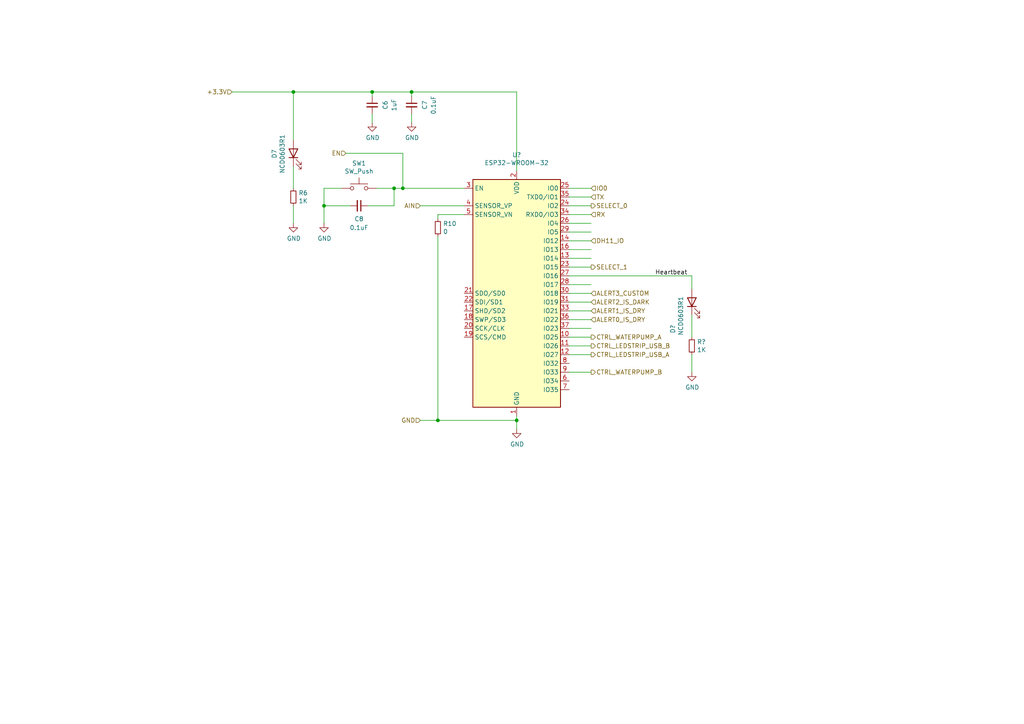
<source format=kicad_sch>
(kicad_sch (version 20210126) (generator eeschema)

  (paper "A4")

  (lib_symbols
    (symbol "Device:C_Small" (pin_numbers hide) (pin_names (offset 0.254) hide) (in_bom yes) (on_board yes)
      (property "Reference" "C" (id 0) (at 0.254 1.778 0)
        (effects (font (size 1.27 1.27)) (justify left))
      )
      (property "Value" "C_Small" (id 1) (at 0.254 -2.032 0)
        (effects (font (size 1.27 1.27)) (justify left))
      )
      (property "Footprint" "" (id 2) (at 0 0 0)
        (effects (font (size 1.27 1.27)) hide)
      )
      (property "Datasheet" "~" (id 3) (at 0 0 0)
        (effects (font (size 1.27 1.27)) hide)
      )
      (property "ki_keywords" "capacitor cap" (id 4) (at 0 0 0)
        (effects (font (size 1.27 1.27)) hide)
      )
      (property "ki_description" "Unpolarized capacitor, small symbol" (id 5) (at 0 0 0)
        (effects (font (size 1.27 1.27)) hide)
      )
      (property "ki_fp_filters" "C_*" (id 6) (at 0 0 0)
        (effects (font (size 1.27 1.27)) hide)
      )
      (symbol "C_Small_0_1"
        (polyline
          (pts
            (xy -1.524 -0.508)
            (xy 1.524 -0.508)
          )
          (stroke (width 0.3302)) (fill (type none))
        )
        (polyline
          (pts
            (xy -1.524 0.508)
            (xy 1.524 0.508)
          )
          (stroke (width 0.3048)) (fill (type none))
        )
      )
      (symbol "C_Small_1_1"
        (pin passive line (at 0 2.54 270) (length 2.032)
          (name "~" (effects (font (size 1.27 1.27))))
          (number "1" (effects (font (size 1.27 1.27))))
        )
        (pin passive line (at 0 -2.54 90) (length 2.032)
          (name "~" (effects (font (size 1.27 1.27))))
          (number "2" (effects (font (size 1.27 1.27))))
        )
      )
    )
    (symbol "Device:LED" (pin_numbers hide) (pin_names (offset 1.016) hide) (in_bom yes) (on_board yes)
      (property "Reference" "D" (id 0) (at 0 2.54 0)
        (effects (font (size 1.27 1.27)))
      )
      (property "Value" "LED" (id 1) (at 0 -2.54 0)
        (effects (font (size 1.27 1.27)))
      )
      (property "Footprint" "" (id 2) (at 0 0 0)
        (effects (font (size 1.27 1.27)) hide)
      )
      (property "Datasheet" "~" (id 3) (at 0 0 0)
        (effects (font (size 1.27 1.27)) hide)
      )
      (property "ki_keywords" "LED diode" (id 4) (at 0 0 0)
        (effects (font (size 1.27 1.27)) hide)
      )
      (property "ki_description" "Light emitting diode" (id 5) (at 0 0 0)
        (effects (font (size 1.27 1.27)) hide)
      )
      (property "ki_fp_filters" "LED* LED_SMD:* LED_THT:*" (id 6) (at 0 0 0)
        (effects (font (size 1.27 1.27)) hide)
      )
      (symbol "LED_0_1"
        (polyline
          (pts
            (xy -1.27 -1.27)
            (xy -1.27 1.27)
          )
          (stroke (width 0.254)) (fill (type none))
        )
        (polyline
          (pts
            (xy -1.27 0)
            (xy 1.27 0)
          )
          (stroke (width 0)) (fill (type none))
        )
        (polyline
          (pts
            (xy 1.27 -1.27)
            (xy 1.27 1.27)
            (xy -1.27 0)
            (xy 1.27 -1.27)
          )
          (stroke (width 0.254)) (fill (type none))
        )
        (polyline
          (pts
            (xy -3.048 -0.762)
            (xy -4.572 -2.286)
            (xy -3.81 -2.286)
            (xy -4.572 -2.286)
            (xy -4.572 -1.524)
          )
          (stroke (width 0)) (fill (type none))
        )
        (polyline
          (pts
            (xy -1.778 -0.762)
            (xy -3.302 -2.286)
            (xy -2.54 -2.286)
            (xy -3.302 -2.286)
            (xy -3.302 -1.524)
          )
          (stroke (width 0)) (fill (type none))
        )
      )
      (symbol "LED_1_1"
        (pin passive line (at -3.81 0 0) (length 2.54)
          (name "K" (effects (font (size 1.27 1.27))))
          (number "1" (effects (font (size 1.27 1.27))))
        )
        (pin passive line (at 3.81 0 180) (length 2.54)
          (name "A" (effects (font (size 1.27 1.27))))
          (number "2" (effects (font (size 1.27 1.27))))
        )
      )
    )
    (symbol "Device:R_Small" (pin_numbers hide) (pin_names (offset 0.254) hide) (in_bom yes) (on_board yes)
      (property "Reference" "R" (id 0) (at 0.762 0.508 0)
        (effects (font (size 1.27 1.27)) (justify left))
      )
      (property "Value" "R_Small" (id 1) (at 0.762 -1.016 0)
        (effects (font (size 1.27 1.27)) (justify left))
      )
      (property "Footprint" "" (id 2) (at 0 0 0)
        (effects (font (size 1.27 1.27)) hide)
      )
      (property "Datasheet" "~" (id 3) (at 0 0 0)
        (effects (font (size 1.27 1.27)) hide)
      )
      (property "ki_keywords" "R resistor" (id 4) (at 0 0 0)
        (effects (font (size 1.27 1.27)) hide)
      )
      (property "ki_description" "Resistor, small symbol" (id 5) (at 0 0 0)
        (effects (font (size 1.27 1.27)) hide)
      )
      (property "ki_fp_filters" "R_*" (id 6) (at 0 0 0)
        (effects (font (size 1.27 1.27)) hide)
      )
      (symbol "R_Small_0_1"
        (rectangle (start -0.762 1.778) (end 0.762 -1.778)
          (stroke (width 0.2032)) (fill (type none))
        )
      )
      (symbol "R_Small_1_1"
        (pin passive line (at 0 2.54 270) (length 0.762)
          (name "~" (effects (font (size 1.27 1.27))))
          (number "1" (effects (font (size 1.27 1.27))))
        )
        (pin passive line (at 0 -2.54 90) (length 0.762)
          (name "~" (effects (font (size 1.27 1.27))))
          (number "2" (effects (font (size 1.27 1.27))))
        )
      )
    )
    (symbol "RF_Module:ESP32-WROOM-32" (in_bom yes) (on_board yes)
      (property "Reference" "U" (id 0) (at -12.7 34.29 0)
        (effects (font (size 1.27 1.27)) (justify left))
      )
      (property "Value" "ESP32-WROOM-32" (id 1) (at 1.27 34.29 0)
        (effects (font (size 1.27 1.27)) (justify left))
      )
      (property "Footprint" "RF_Module:ESP32-WROOM-32" (id 2) (at 0 -38.1 0)
        (effects (font (size 1.27 1.27)) hide)
      )
      (property "Datasheet" "https://www.espressif.com/sites/default/files/documentation/esp32-wroom-32_datasheet_en.pdf" (id 3) (at -7.62 1.27 0)
        (effects (font (size 1.27 1.27)) hide)
      )
      (property "ki_keywords" "RF Radio BT ESP ESP32 Espressif onboard PCB antenna" (id 4) (at 0 0 0)
        (effects (font (size 1.27 1.27)) hide)
      )
      (property "ki_description" "RF Module, ESP32-D0WDQ6 SoC, Wi-Fi 802.11b/g/n, Bluetooth, BLE, 32-bit, 2.7-3.6V, onboard antenna, SMD" (id 5) (at 0 0 0)
        (effects (font (size 1.27 1.27)) hide)
      )
      (property "ki_fp_filters" "ESP32?WROOM?32*" (id 6) (at 0 0 0)
        (effects (font (size 1.27 1.27)) hide)
      )
      (symbol "ESP32-WROOM-32_0_1"
        (rectangle (start -12.7 33.02) (end 12.7 -33.02)
          (stroke (width 0.254)) (fill (type background))
        )
      )
      (symbol "ESP32-WROOM-32_1_1"
        (pin power_in line (at 0 -35.56 90) (length 2.54)
          (name "GND" (effects (font (size 1.27 1.27))))
          (number "1" (effects (font (size 1.27 1.27))))
        )
        (pin bidirectional line (at 15.24 -12.7 180) (length 2.54)
          (name "IO25" (effects (font (size 1.27 1.27))))
          (number "10" (effects (font (size 1.27 1.27))))
        )
        (pin bidirectional line (at 15.24 -15.24 180) (length 2.54)
          (name "IO26" (effects (font (size 1.27 1.27))))
          (number "11" (effects (font (size 1.27 1.27))))
        )
        (pin bidirectional line (at 15.24 -17.78 180) (length 2.54)
          (name "IO27" (effects (font (size 1.27 1.27))))
          (number "12" (effects (font (size 1.27 1.27))))
        )
        (pin bidirectional line (at 15.24 10.16 180) (length 2.54)
          (name "IO14" (effects (font (size 1.27 1.27))))
          (number "13" (effects (font (size 1.27 1.27))))
        )
        (pin bidirectional line (at 15.24 15.24 180) (length 2.54)
          (name "IO12" (effects (font (size 1.27 1.27))))
          (number "14" (effects (font (size 1.27 1.27))))
        )
        (pin passive line (at 0 -35.56 90) (length 2.54) hide
          (name "GND" (effects (font (size 1.27 1.27))))
          (number "15" (effects (font (size 1.27 1.27))))
        )
        (pin bidirectional line (at 15.24 12.7 180) (length 2.54)
          (name "IO13" (effects (font (size 1.27 1.27))))
          (number "16" (effects (font (size 1.27 1.27))))
        )
        (pin bidirectional line (at -15.24 -5.08 0) (length 2.54)
          (name "SHD/SD2" (effects (font (size 1.27 1.27))))
          (number "17" (effects (font (size 1.27 1.27))))
        )
        (pin bidirectional line (at -15.24 -7.62 0) (length 2.54)
          (name "SWP/SD3" (effects (font (size 1.27 1.27))))
          (number "18" (effects (font (size 1.27 1.27))))
        )
        (pin bidirectional line (at -15.24 -12.7 0) (length 2.54)
          (name "SCS/CMD" (effects (font (size 1.27 1.27))))
          (number "19" (effects (font (size 1.27 1.27))))
        )
        (pin power_in line (at 0 35.56 270) (length 2.54)
          (name "VDD" (effects (font (size 1.27 1.27))))
          (number "2" (effects (font (size 1.27 1.27))))
        )
        (pin bidirectional line (at -15.24 -10.16 0) (length 2.54)
          (name "SCK/CLK" (effects (font (size 1.27 1.27))))
          (number "20" (effects (font (size 1.27 1.27))))
        )
        (pin bidirectional line (at -15.24 0 0) (length 2.54)
          (name "SDO/SD0" (effects (font (size 1.27 1.27))))
          (number "21" (effects (font (size 1.27 1.27))))
        )
        (pin bidirectional line (at -15.24 -2.54 0) (length 2.54)
          (name "SDI/SD1" (effects (font (size 1.27 1.27))))
          (number "22" (effects (font (size 1.27 1.27))))
        )
        (pin bidirectional line (at 15.24 7.62 180) (length 2.54)
          (name "IO15" (effects (font (size 1.27 1.27))))
          (number "23" (effects (font (size 1.27 1.27))))
        )
        (pin bidirectional line (at 15.24 25.4 180) (length 2.54)
          (name "IO2" (effects (font (size 1.27 1.27))))
          (number "24" (effects (font (size 1.27 1.27))))
        )
        (pin bidirectional line (at 15.24 30.48 180) (length 2.54)
          (name "IO0" (effects (font (size 1.27 1.27))))
          (number "25" (effects (font (size 1.27 1.27))))
        )
        (pin bidirectional line (at 15.24 20.32 180) (length 2.54)
          (name "IO4" (effects (font (size 1.27 1.27))))
          (number "26" (effects (font (size 1.27 1.27))))
        )
        (pin bidirectional line (at 15.24 5.08 180) (length 2.54)
          (name "IO16" (effects (font (size 1.27 1.27))))
          (number "27" (effects (font (size 1.27 1.27))))
        )
        (pin bidirectional line (at 15.24 2.54 180) (length 2.54)
          (name "IO17" (effects (font (size 1.27 1.27))))
          (number "28" (effects (font (size 1.27 1.27))))
        )
        (pin bidirectional line (at 15.24 17.78 180) (length 2.54)
          (name "IO5" (effects (font (size 1.27 1.27))))
          (number "29" (effects (font (size 1.27 1.27))))
        )
        (pin input line (at -15.24 30.48 0) (length 2.54)
          (name "EN" (effects (font (size 1.27 1.27))))
          (number "3" (effects (font (size 1.27 1.27))))
        )
        (pin bidirectional line (at 15.24 0 180) (length 2.54)
          (name "IO18" (effects (font (size 1.27 1.27))))
          (number "30" (effects (font (size 1.27 1.27))))
        )
        (pin bidirectional line (at 15.24 -2.54 180) (length 2.54)
          (name "IO19" (effects (font (size 1.27 1.27))))
          (number "31" (effects (font (size 1.27 1.27))))
        )
        (pin no_connect line (at -12.7 -27.94 0) (length 2.54) hide
          (name "NC" (effects (font (size 1.27 1.27))))
          (number "32" (effects (font (size 1.27 1.27))))
        )
        (pin bidirectional line (at 15.24 -5.08 180) (length 2.54)
          (name "IO21" (effects (font (size 1.27 1.27))))
          (number "33" (effects (font (size 1.27 1.27))))
        )
        (pin bidirectional line (at 15.24 22.86 180) (length 2.54)
          (name "RXD0/IO3" (effects (font (size 1.27 1.27))))
          (number "34" (effects (font (size 1.27 1.27))))
        )
        (pin bidirectional line (at 15.24 27.94 180) (length 2.54)
          (name "TXD0/IO1" (effects (font (size 1.27 1.27))))
          (number "35" (effects (font (size 1.27 1.27))))
        )
        (pin bidirectional line (at 15.24 -7.62 180) (length 2.54)
          (name "IO22" (effects (font (size 1.27 1.27))))
          (number "36" (effects (font (size 1.27 1.27))))
        )
        (pin bidirectional line (at 15.24 -10.16 180) (length 2.54)
          (name "IO23" (effects (font (size 1.27 1.27))))
          (number "37" (effects (font (size 1.27 1.27))))
        )
        (pin passive line (at 0 -35.56 90) (length 2.54) hide
          (name "GND" (effects (font (size 1.27 1.27))))
          (number "38" (effects (font (size 1.27 1.27))))
        )
        (pin passive line (at 0 -35.56 90) (length 2.54) hide
          (name "GND" (effects (font (size 1.27 1.27))))
          (number "39" (effects (font (size 1.27 1.27))))
        )
        (pin input line (at -15.24 25.4 0) (length 2.54)
          (name "SENSOR_VP" (effects (font (size 1.27 1.27))))
          (number "4" (effects (font (size 1.27 1.27))))
        )
        (pin input line (at -15.24 22.86 0) (length 2.54)
          (name "SENSOR_VN" (effects (font (size 1.27 1.27))))
          (number "5" (effects (font (size 1.27 1.27))))
        )
        (pin input line (at 15.24 -25.4 180) (length 2.54)
          (name "IO34" (effects (font (size 1.27 1.27))))
          (number "6" (effects (font (size 1.27 1.27))))
        )
        (pin input line (at 15.24 -27.94 180) (length 2.54)
          (name "IO35" (effects (font (size 1.27 1.27))))
          (number "7" (effects (font (size 1.27 1.27))))
        )
        (pin bidirectional line (at 15.24 -20.32 180) (length 2.54)
          (name "IO32" (effects (font (size 1.27 1.27))))
          (number "8" (effects (font (size 1.27 1.27))))
        )
        (pin bidirectional line (at 15.24 -22.86 180) (length 2.54)
          (name "IO33" (effects (font (size 1.27 1.27))))
          (number "9" (effects (font (size 1.27 1.27))))
        )
      )
    )
    (symbol "Switch:SW_Push" (pin_numbers hide) (pin_names (offset 1.016) hide) (in_bom yes) (on_board yes)
      (property "Reference" "SW" (id 0) (at 1.27 2.54 0)
        (effects (font (size 1.27 1.27)) (justify left))
      )
      (property "Value" "SW_Push" (id 1) (at 0 -1.524 0)
        (effects (font (size 1.27 1.27)))
      )
      (property "Footprint" "" (id 2) (at 0 5.08 0)
        (effects (font (size 1.27 1.27)) hide)
      )
      (property "Datasheet" "~" (id 3) (at 0 5.08 0)
        (effects (font (size 1.27 1.27)) hide)
      )
      (property "ki_keywords" "switch normally-open pushbutton push-button" (id 4) (at 0 0 0)
        (effects (font (size 1.27 1.27)) hide)
      )
      (property "ki_description" "Push button switch, generic, two pins" (id 5) (at 0 0 0)
        (effects (font (size 1.27 1.27)) hide)
      )
      (symbol "SW_Push_0_1"
        (circle (center -2.032 0) (radius 0.508) (stroke (width 0)) (fill (type none)))
        (circle (center 2.032 0) (radius 0.508) (stroke (width 0)) (fill (type none)))
        (polyline
          (pts
            (xy 0 1.27)
            (xy 0 3.048)
          )
          (stroke (width 0)) (fill (type none))
        )
        (polyline
          (pts
            (xy 2.54 1.27)
            (xy -2.54 1.27)
          )
          (stroke (width 0)) (fill (type none))
        )
        (pin passive line (at -5.08 0 0) (length 2.54)
          (name "1" (effects (font (size 1.27 1.27))))
          (number "1" (effects (font (size 1.27 1.27))))
        )
        (pin passive line (at 5.08 0 180) (length 2.54)
          (name "2" (effects (font (size 1.27 1.27))))
          (number "2" (effects (font (size 1.27 1.27))))
        )
      )
    )
    (symbol "power:GND" (power) (pin_names (offset 0)) (in_bom yes) (on_board yes)
      (property "Reference" "#PWR" (id 0) (at 0 -6.35 0)
        (effects (font (size 1.27 1.27)) hide)
      )
      (property "Value" "GND" (id 1) (at 0 -3.81 0)
        (effects (font (size 1.27 1.27)))
      )
      (property "Footprint" "" (id 2) (at 0 0 0)
        (effects (font (size 1.27 1.27)) hide)
      )
      (property "Datasheet" "" (id 3) (at 0 0 0)
        (effects (font (size 1.27 1.27)) hide)
      )
      (property "ki_keywords" "power-flag" (id 4) (at 0 0 0)
        (effects (font (size 1.27 1.27)) hide)
      )
      (property "ki_description" "Power symbol creates a global label with name \"GND\" , ground" (id 5) (at 0 0 0)
        (effects (font (size 1.27 1.27)) hide)
      )
      (symbol "GND_0_1"
        (polyline
          (pts
            (xy 0 0)
            (xy 0 -1.27)
            (xy 1.27 -1.27)
            (xy 0 -2.54)
            (xy -1.27 -1.27)
            (xy 0 -1.27)
          )
          (stroke (width 0)) (fill (type none))
        )
      )
      (symbol "GND_1_1"
        (pin power_in line (at 0 0 270) (length 0) hide
          (name "GND" (effects (font (size 1.27 1.27))))
          (number "1" (effects (font (size 1.27 1.27))))
        )
      )
    )
  )

  (junction (at 85.09 26.67) (diameter 0.9144) (color 0 0 0 0))
  (junction (at 93.98 59.69) (diameter 0.9144) (color 0 0 0 0))
  (junction (at 107.95 26.67) (diameter 0.9144) (color 0 0 0 0))
  (junction (at 114.3 54.61) (diameter 0.9144) (color 0 0 0 0))
  (junction (at 116.84 54.61) (diameter 0.9144) (color 0 0 0 0))
  (junction (at 119.38 26.67) (diameter 0.9144) (color 0 0 0 0))
  (junction (at 127 121.92) (diameter 0.9144) (color 0 0 0 0))
  (junction (at 149.86 121.92) (diameter 0.9144) (color 0 0 0 0))

  (wire (pts (xy 67.31 26.67) (xy 85.09 26.67))
    (stroke (width 0) (type solid) (color 0 0 0 0))
    (uuid acc899cf-4d1b-47f2-89b7-c5f6c17b0498)
  )
  (wire (pts (xy 85.09 26.67) (xy 85.09 40.64))
    (stroke (width 0) (type solid) (color 0 0 0 0))
    (uuid 26a23fa9-c8e1-4ae7-827a-735bbf616e27)
  )
  (wire (pts (xy 85.09 26.67) (xy 107.95 26.67))
    (stroke (width 0) (type solid) (color 0 0 0 0))
    (uuid acc899cf-4d1b-47f2-89b7-c5f6c17b0498)
  )
  (wire (pts (xy 85.09 48.26) (xy 85.09 54.61))
    (stroke (width 0) (type solid) (color 0 0 0 0))
    (uuid d747437e-0315-40fa-8d18-f5e0dd0fdcd0)
  )
  (wire (pts (xy 85.09 64.77) (xy 85.09 59.69))
    (stroke (width 0) (type solid) (color 0 0 0 0))
    (uuid acefeb10-62f9-4cae-9d96-274af25ce72b)
  )
  (wire (pts (xy 93.98 54.61) (xy 93.98 59.69))
    (stroke (width 0) (type solid) (color 0 0 0 0))
    (uuid fce462f2-e792-4b23-8d7a-41a22372d526)
  )
  (wire (pts (xy 93.98 59.69) (xy 93.98 64.77))
    (stroke (width 0) (type solid) (color 0 0 0 0))
    (uuid 72ec3581-6f3f-4855-b4f9-c53a56189fd5)
  )
  (wire (pts (xy 93.98 59.69) (xy 101.6 59.69))
    (stroke (width 0) (type solid) (color 0 0 0 0))
    (uuid babfbc38-f11a-436a-a0df-e5e1bc31cf4b)
  )
  (wire (pts (xy 99.06 54.61) (xy 93.98 54.61))
    (stroke (width 0) (type solid) (color 0 0 0 0))
    (uuid e513fd80-7908-4e82-b2bf-41b22720fa65)
  )
  (wire (pts (xy 100.33 44.45) (xy 116.84 44.45))
    (stroke (width 0) (type solid) (color 0 0 0 0))
    (uuid 2e363d44-8cc0-4c26-a9f0-49949504c596)
  )
  (wire (pts (xy 107.95 27.94) (xy 107.95 26.67))
    (stroke (width 0) (type solid) (color 0 0 0 0))
    (uuid 865df527-57e5-46c9-a5ef-20031befe3c6)
  )
  (wire (pts (xy 107.95 35.56) (xy 107.95 33.02))
    (stroke (width 0) (type solid) (color 0 0 0 0))
    (uuid 6a6ae3f9-223d-4d28-89d1-9f2509cce645)
  )
  (wire (pts (xy 109.22 54.61) (xy 114.3 54.61))
    (stroke (width 0) (type solid) (color 0 0 0 0))
    (uuid 23f03ba1-5452-429c-820d-aee719871c0e)
  )
  (wire (pts (xy 114.3 54.61) (xy 114.3 59.69))
    (stroke (width 0) (type solid) (color 0 0 0 0))
    (uuid 0115436c-22be-4a9d-af67-278371502b5a)
  )
  (wire (pts (xy 114.3 54.61) (xy 116.84 54.61))
    (stroke (width 0) (type solid) (color 0 0 0 0))
    (uuid 168c1db1-1812-48fe-9aed-c0f6d6005a32)
  )
  (wire (pts (xy 114.3 59.69) (xy 106.68 59.69))
    (stroke (width 0) (type solid) (color 0 0 0 0))
    (uuid fb344706-38f2-4a6e-8905-b8339f528f7f)
  )
  (wire (pts (xy 116.84 44.45) (xy 116.84 54.61))
    (stroke (width 0) (type solid) (color 0 0 0 0))
    (uuid c93aa144-0744-415b-9161-73dfec7c07d1)
  )
  (wire (pts (xy 116.84 54.61) (xy 134.62 54.61))
    (stroke (width 0) (type solid) (color 0 0 0 0))
    (uuid 91303651-2cc7-4fa0-bc24-949b952ccdb3)
  )
  (wire (pts (xy 119.38 26.67) (xy 107.95 26.67))
    (stroke (width 0) (type solid) (color 0 0 0 0))
    (uuid 6a0e56cf-c8de-4639-86a6-61168dbf8d91)
  )
  (wire (pts (xy 119.38 27.94) (xy 119.38 26.67))
    (stroke (width 0) (type solid) (color 0 0 0 0))
    (uuid 30fe27e5-a845-48fc-b727-045d9c5590da)
  )
  (wire (pts (xy 119.38 33.02) (xy 119.38 35.56))
    (stroke (width 0) (type solid) (color 0 0 0 0))
    (uuid e70e5024-2e0a-4895-8387-26f1aad0dc0e)
  )
  (wire (pts (xy 121.92 59.69) (xy 134.62 59.69))
    (stroke (width 0) (type solid) (color 0 0 0 0))
    (uuid d1d67c58-484c-4b55-935d-85fab56a9894)
  )
  (wire (pts (xy 121.92 121.92) (xy 127 121.92))
    (stroke (width 0) (type solid) (color 0 0 0 0))
    (uuid 65f47dcd-31e4-4a6d-87ed-473c608cbfb8)
  )
  (wire (pts (xy 127 62.23) (xy 127 63.5))
    (stroke (width 0) (type solid) (color 0 0 0 0))
    (uuid 8a3d71f5-cd25-4903-b278-9032782c9d93)
  )
  (wire (pts (xy 127 68.58) (xy 127 121.92))
    (stroke (width 0) (type solid) (color 0 0 0 0))
    (uuid 4b6d764d-92e0-48e4-b8e1-4b45c411e6de)
  )
  (wire (pts (xy 127 121.92) (xy 149.86 121.92))
    (stroke (width 0) (type solid) (color 0 0 0 0))
    (uuid 91c04375-177d-48ac-9027-4bc88e961a48)
  )
  (wire (pts (xy 134.62 62.23) (xy 127 62.23))
    (stroke (width 0) (type solid) (color 0 0 0 0))
    (uuid 971e4b76-1e46-4e91-b562-30fb18daa665)
  )
  (wire (pts (xy 149.86 26.67) (xy 119.38 26.67))
    (stroke (width 0) (type solid) (color 0 0 0 0))
    (uuid 966039d9-34d1-4ca6-aeb7-35de35959477)
  )
  (wire (pts (xy 149.86 26.67) (xy 149.86 49.53))
    (stroke (width 0) (type solid) (color 0 0 0 0))
    (uuid c9a0319b-8d50-4bd8-964b-5f92b392a48b)
  )
  (wire (pts (xy 149.86 120.65) (xy 149.86 121.92))
    (stroke (width 0) (type solid) (color 0 0 0 0))
    (uuid c3c57751-581f-4de7-9079-c81839a0615b)
  )
  (wire (pts (xy 149.86 121.92) (xy 149.86 124.46))
    (stroke (width 0) (type solid) (color 0 0 0 0))
    (uuid 3ab89526-ad85-4807-b5b7-9bb621d67778)
  )
  (wire (pts (xy 165.1 54.61) (xy 171.45 54.61))
    (stroke (width 0) (type solid) (color 0 0 0 0))
    (uuid 6089d522-66f8-4850-bbde-29ce0e9279f6)
  )
  (wire (pts (xy 165.1 57.15) (xy 171.45 57.15))
    (stroke (width 0) (type solid) (color 0 0 0 0))
    (uuid c6336207-31bf-4f80-ad42-0d5dddd36af8)
  )
  (wire (pts (xy 165.1 59.69) (xy 171.45 59.69))
    (stroke (width 0) (type solid) (color 0 0 0 0))
    (uuid 603402f2-c2f8-4aab-9560-d853df8e3bd0)
  )
  (wire (pts (xy 165.1 62.23) (xy 171.45 62.23))
    (stroke (width 0) (type solid) (color 0 0 0 0))
    (uuid ca4e00ec-e1e4-4e0a-aabc-1bcc975eb0e3)
  )
  (wire (pts (xy 165.1 64.77) (xy 171.45 64.77))
    (stroke (width 0) (type solid) (color 0 0 0 0))
    (uuid b0644a76-4a12-46f4-ab8f-1f1d96e8e1c0)
  )
  (wire (pts (xy 165.1 67.31) (xy 171.45 67.31))
    (stroke (width 0) (type solid) (color 0 0 0 0))
    (uuid 0c67026d-0c1b-491e-a88b-72ff5430ab08)
  )
  (wire (pts (xy 165.1 69.85) (xy 171.45 69.85))
    (stroke (width 0) (type solid) (color 0 0 0 0))
    (uuid 80310fc9-8d53-41d5-9482-87a0071ed271)
  )
  (wire (pts (xy 165.1 72.39) (xy 171.45 72.39))
    (stroke (width 0) (type solid) (color 0 0 0 0))
    (uuid b1296076-7b5d-4e60-9cc9-749dc0b3a4c0)
  )
  (wire (pts (xy 165.1 74.93) (xy 171.45 74.93))
    (stroke (width 0) (type solid) (color 0 0 0 0))
    (uuid 901bfc69-b9e0-4bf6-9fcc-411ff3a7c213)
  )
  (wire (pts (xy 165.1 77.47) (xy 171.45 77.47))
    (stroke (width 0) (type solid) (color 0 0 0 0))
    (uuid ba45d772-d7fa-447c-809a-c278d1f1eefe)
  )
  (wire (pts (xy 165.1 80.01) (xy 200.66 80.01))
    (stroke (width 0) (type solid) (color 0 0 0 0))
    (uuid 66cfe845-199a-4930-a8d2-b8622975df1e)
  )
  (wire (pts (xy 165.1 82.55) (xy 171.45 82.55))
    (stroke (width 0) (type solid) (color 0 0 0 0))
    (uuid cc73a94f-b3d7-4e3b-92a9-19b771a9903d)
  )
  (wire (pts (xy 165.1 85.09) (xy 171.45 85.09))
    (stroke (width 0) (type solid) (color 0 0 0 0))
    (uuid ec1e8c4f-8ad2-40dd-8662-a32bc704bbe0)
  )
  (wire (pts (xy 165.1 87.63) (xy 171.45 87.63))
    (stroke (width 0) (type solid) (color 0 0 0 0))
    (uuid 3f182a18-3e26-4b07-919b-7e6a1a5a38bf)
  )
  (wire (pts (xy 165.1 90.17) (xy 171.45 90.17))
    (stroke (width 0) (type solid) (color 0 0 0 0))
    (uuid 203888e6-c66f-4193-ba47-efbcca332b1a)
  )
  (wire (pts (xy 165.1 92.71) (xy 171.45 92.71))
    (stroke (width 0) (type solid) (color 0 0 0 0))
    (uuid 5b255f6e-694d-45ac-9039-6d43a9645f16)
  )
  (wire (pts (xy 165.1 95.25) (xy 171.45 95.25))
    (stroke (width 0) (type solid) (color 0 0 0 0))
    (uuid 8c3a981b-9f22-409a-a1c8-2c9545c66919)
  )
  (wire (pts (xy 165.1 97.79) (xy 171.45 97.79))
    (stroke (width 0) (type solid) (color 0 0 0 0))
    (uuid ad540ad2-9f7d-4985-95c1-9e01d969ef09)
  )
  (wire (pts (xy 165.1 100.33) (xy 171.45 100.33))
    (stroke (width 0) (type solid) (color 0 0 0 0))
    (uuid 47d21a35-93db-4705-9fd7-3f13f9536a65)
  )
  (wire (pts (xy 165.1 102.87) (xy 171.45 102.87))
    (stroke (width 0) (type solid) (color 0 0 0 0))
    (uuid 0097e04c-2a71-4c62-a38c-37f5ebc77b41)
  )
  (wire (pts (xy 165.1 107.95) (xy 171.45 107.95))
    (stroke (width 0) (type solid) (color 0 0 0 0))
    (uuid a7b64335-4947-493f-91ce-2015a0eb0a3a)
  )
  (wire (pts (xy 200.66 80.01) (xy 200.66 83.82))
    (stroke (width 0) (type solid) (color 0 0 0 0))
    (uuid 20962c90-070c-4f56-8477-1870231d13b7)
  )
  (wire (pts (xy 200.66 91.44) (xy 200.66 97.79))
    (stroke (width 0) (type solid) (color 0 0 0 0))
    (uuid c8808f42-065b-416b-8af9-ae7be7cc9648)
  )
  (wire (pts (xy 200.66 107.95) (xy 200.66 102.87))
    (stroke (width 0) (type solid) (color 0 0 0 0))
    (uuid 9427de72-b1ed-4ef9-91c5-bfebdb296a6c)
  )

  (label "Heartbeat" (at 199.39 80.01 180)
    (effects (font (size 1.27 1.27)) (justify right bottom))
    (uuid c654f4cd-dcb3-4829-bc02-da9d703b4f97)
  )

  (hierarchical_label "+3.3V" (shape input) (at 67.31 26.67 180)
    (effects (font (size 1.27 1.27)) (justify right))
    (uuid 176791dc-7ed7-43ed-9c30-791f04b49e6f)
  )
  (hierarchical_label "EN" (shape input) (at 100.33 44.45 180)
    (effects (font (size 1.27 1.27)) (justify right))
    (uuid 39b80978-63d0-4430-a45c-6a4b14591c4f)
  )
  (hierarchical_label "AIN" (shape input) (at 121.92 59.69 180)
    (effects (font (size 1.27 1.27)) (justify right))
    (uuid f2a3b810-ce8a-4c6b-877e-0c0f1c94984d)
  )
  (hierarchical_label "GND" (shape input) (at 121.92 121.92 180)
    (effects (font (size 1.27 1.27)) (justify right))
    (uuid 1038298d-dab0-4881-acca-580716e67147)
  )
  (hierarchical_label "IO0" (shape input) (at 171.45 54.61 0)
    (effects (font (size 1.27 1.27)) (justify left))
    (uuid fce0b132-379f-4b20-96d6-abaf50b77b12)
  )
  (hierarchical_label "TX" (shape input) (at 171.45 57.15 0)
    (effects (font (size 1.27 1.27)) (justify left))
    (uuid 02eddd1a-35cd-4676-8534-7645209022bb)
  )
  (hierarchical_label "SELECT_0" (shape output) (at 171.45 59.69 0)
    (effects (font (size 1.27 1.27)) (justify left))
    (uuid c9b8857a-14a2-4126-ae9e-f1368ae86101)
  )
  (hierarchical_label "RX" (shape input) (at 171.45 62.23 0)
    (effects (font (size 1.27 1.27)) (justify left))
    (uuid 1b1b2de5-0c9e-434b-96dc-4fb26e981063)
  )
  (hierarchical_label "DH11_IO" (shape input) (at 171.45 69.85 0)
    (effects (font (size 1.27 1.27)) (justify left))
    (uuid 33b94261-69e2-44f5-985d-9704e410167a)
  )
  (hierarchical_label "SELECT_1" (shape output) (at 171.45 77.47 0)
    (effects (font (size 1.27 1.27)) (justify left))
    (uuid 297693b5-f6ad-4340-a33b-a029a195b55c)
  )
  (hierarchical_label "ALERT3_CUSTOM" (shape input) (at 171.45 85.09 0)
    (effects (font (size 1.27 1.27)) (justify left))
    (uuid 2ed2b2aa-315e-445c-a28b-eb4b5142dffb)
  )
  (hierarchical_label "ALERT2_IS_DARK" (shape input) (at 171.45 87.63 0)
    (effects (font (size 1.27 1.27)) (justify left))
    (uuid 52101647-4723-4206-89cb-c4262a8959ae)
  )
  (hierarchical_label "ALERT1_IS_DRY" (shape input) (at 171.45 90.17 0)
    (effects (font (size 1.27 1.27)) (justify left))
    (uuid 15f43fe3-3151-4f8a-b9cf-66e1860ef079)
  )
  (hierarchical_label "ALERT0_IS_DRY" (shape input) (at 171.45 92.71 0)
    (effects (font (size 1.27 1.27)) (justify left))
    (uuid f2441b33-92ae-4bb7-8299-e8c8cb9a401f)
  )
  (hierarchical_label "CTRL_WATERPUMP_A" (shape output) (at 171.45 97.79 0)
    (effects (font (size 1.27 1.27)) (justify left))
    (uuid 7e1538ab-4df7-45ee-aab0-d51ef52827da)
  )
  (hierarchical_label "CTRL_LEDSTRIP_USB_B" (shape output) (at 171.45 100.33 0)
    (effects (font (size 1.27 1.27)) (justify left))
    (uuid 3344be1e-ecf4-4a65-9dc5-355995a61d01)
  )
  (hierarchical_label "CTRL_LEDSTRIP_USB_A" (shape output) (at 171.45 102.87 0)
    (effects (font (size 1.27 1.27)) (justify left))
    (uuid 95d91574-9dcc-4730-b855-a85c2d9dbbcd)
  )
  (hierarchical_label "CTRL_WATERPUMP_B" (shape output) (at 171.45 107.95 0)
    (effects (font (size 1.27 1.27)) (justify left))
    (uuid 199b8ad7-a095-4cf1-a4b5-b7ecc12f43d5)
  )

  (symbol (lib_id "power:GND") (at 85.09 64.77 0) (unit 1)
    (in_bom yes) (on_board yes)
    (uuid d50d5082-413d-4236-b971-1f8e4f0438cd)
    (property "Reference" "#PWR0145" (id 0) (at 85.09 71.12 0)
      (effects (font (size 1.27 1.27)) hide)
    )
    (property "Value" "GND" (id 1) (at 85.217 69.1642 0))
    (property "Footprint" "" (id 2) (at 85.09 64.77 0)
      (effects (font (size 1.27 1.27)) hide)
    )
    (property "Datasheet" "" (id 3) (at 85.09 64.77 0)
      (effects (font (size 1.27 1.27)) hide)
    )
    (pin "1" (uuid 80ca44bd-ba8f-4974-8fc3-7f78abb93e43))
  )

  (symbol (lib_id "power:GND") (at 93.98 64.77 0) (unit 1)
    (in_bom yes) (on_board yes)
    (uuid 00000000-0000-0000-0000-0000609c6a3d)
    (property "Reference" "#PWR0123" (id 0) (at 93.98 71.12 0)
      (effects (font (size 1.27 1.27)) hide)
    )
    (property "Value" "GND" (id 1) (at 94.107 69.1642 0))
    (property "Footprint" "" (id 2) (at 93.98 64.77 0)
      (effects (font (size 1.27 1.27)) hide)
    )
    (property "Datasheet" "" (id 3) (at 93.98 64.77 0)
      (effects (font (size 1.27 1.27)) hide)
    )
    (pin "1" (uuid 0e6ac4c4-0557-4375-ab95-28b9c6b0ed21))
  )

  (symbol (lib_id "power:GND") (at 107.95 35.56 0) (unit 1)
    (in_bom yes) (on_board yes)
    (uuid 00000000-0000-0000-0000-0000609d509f)
    (property "Reference" "#PWR0125" (id 0) (at 107.95 41.91 0)
      (effects (font (size 1.27 1.27)) hide)
    )
    (property "Value" "GND" (id 1) (at 108.077 39.9542 0))
    (property "Footprint" "" (id 2) (at 107.95 35.56 0)
      (effects (font (size 1.27 1.27)) hide)
    )
    (property "Datasheet" "" (id 3) (at 107.95 35.56 0)
      (effects (font (size 1.27 1.27)) hide)
    )
    (pin "1" (uuid e76a197c-e443-4d6d-8854-d8f6d9f49b7d))
  )

  (symbol (lib_id "power:GND") (at 119.38 35.56 0) (unit 1)
    (in_bom yes) (on_board yes)
    (uuid 00000000-0000-0000-0000-0000609d5fbc)
    (property "Reference" "#PWR0126" (id 0) (at 119.38 41.91 0)
      (effects (font (size 1.27 1.27)) hide)
    )
    (property "Value" "GND" (id 1) (at 119.507 39.9542 0))
    (property "Footprint" "" (id 2) (at 119.38 35.56 0)
      (effects (font (size 1.27 1.27)) hide)
    )
    (property "Datasheet" "" (id 3) (at 119.38 35.56 0)
      (effects (font (size 1.27 1.27)) hide)
    )
    (pin "1" (uuid 8fb44ef7-6bcd-410c-a23e-e7b600384556))
  )

  (symbol (lib_id "power:GND") (at 149.86 124.46 0) (unit 1)
    (in_bom yes) (on_board yes)
    (uuid 00000000-0000-0000-0000-0000609d18b1)
    (property "Reference" "#PWR0124" (id 0) (at 149.86 130.81 0)
      (effects (font (size 1.27 1.27)) hide)
    )
    (property "Value" "GND" (id 1) (at 149.987 128.8542 0))
    (property "Footprint" "" (id 2) (at 149.86 124.46 0)
      (effects (font (size 1.27 1.27)) hide)
    )
    (property "Datasheet" "" (id 3) (at 149.86 124.46 0)
      (effects (font (size 1.27 1.27)) hide)
    )
    (pin "1" (uuid bc36665b-d113-4dc3-9b84-524dd0314014))
  )

  (symbol (lib_id "power:GND") (at 200.66 107.95 0) (unit 1)
    (in_bom yes) (on_board yes)
    (uuid 7d35aa0e-2495-46e9-a05d-eec6e0684d82)
    (property "Reference" "#PWR?" (id 0) (at 200.66 114.3 0)
      (effects (font (size 1.27 1.27)) hide)
    )
    (property "Value" "GND" (id 1) (at 200.787 112.3442 0))
    (property "Footprint" "" (id 2) (at 200.66 107.95 0)
      (effects (font (size 1.27 1.27)) hide)
    )
    (property "Datasheet" "" (id 3) (at 200.66 107.95 0)
      (effects (font (size 1.27 1.27)) hide)
    )
    (pin "1" (uuid 80ca44bd-ba8f-4974-8fc3-7f78abb93e43))
  )

  (symbol (lib_id "Device:R_Small") (at 85.09 57.15 0) (unit 1)
    (in_bom yes) (on_board yes)
    (uuid f555c057-030f-4ca7-88d1-52a0ac218a76)
    (property "Reference" "R6" (id 0) (at 86.5886 55.9816 0)
      (effects (font (size 1.27 1.27)) (justify left))
    )
    (property "Value" "1K" (id 1) (at 86.5886 58.293 0)
      (effects (font (size 1.27 1.27)) (justify left))
    )
    (property "Footprint" "Resistor_SMD:R_0603_1608Metric" (id 2) (at 85.09 57.15 0)
      (effects (font (size 1.27 1.27)) hide)
    )
    (property "Datasheet" "~" (id 3) (at 85.09 57.15 0)
      (effects (font (size 1.27 1.27)) hide)
    )
    (pin "1" (uuid 88fc146b-c514-4b37-a7cb-bfdd6c789d2b))
    (pin "2" (uuid 52d36425-7e04-4cf4-8433-7340758d6a11))
  )

  (symbol (lib_id "Device:R_Small") (at 127 66.04 0) (unit 1)
    (in_bom yes) (on_board yes)
    (uuid 00000000-0000-0000-0000-0000609d0bb0)
    (property "Reference" "R10" (id 0) (at 128.4986 64.8716 0)
      (effects (font (size 1.27 1.27)) (justify left))
    )
    (property "Value" "0" (id 1) (at 128.4986 67.183 0)
      (effects (font (size 1.27 1.27)) (justify left))
    )
    (property "Footprint" "Resistor_SMD:R_0603_1608Metric" (id 2) (at 127 66.04 0)
      (effects (font (size 1.27 1.27)) hide)
    )
    (property "Datasheet" "~" (id 3) (at 127 66.04 0)
      (effects (font (size 1.27 1.27)) hide)
    )
    (pin "1" (uuid 63c95451-b17f-4bb9-85ce-8e77b6577572))
    (pin "2" (uuid 3293117e-b047-4d69-b2a5-7762635a1fac))
  )

  (symbol (lib_id "Device:R_Small") (at 200.66 100.33 0) (unit 1)
    (in_bom yes) (on_board yes)
    (uuid 15a3d32d-ef3d-422c-b125-28d415f78d15)
    (property "Reference" "R?" (id 0) (at 202.1586 99.1616 0)
      (effects (font (size 1.27 1.27)) (justify left))
    )
    (property "Value" "1K" (id 1) (at 202.1586 101.473 0)
      (effects (font (size 1.27 1.27)) (justify left))
    )
    (property "Footprint" "Resistor_SMD:R_0603_1608Metric" (id 2) (at 200.66 100.33 0)
      (effects (font (size 1.27 1.27)) hide)
    )
    (property "Datasheet" "~" (id 3) (at 200.66 100.33 0)
      (effects (font (size 1.27 1.27)) hide)
    )
    (pin "1" (uuid 88fc146b-c514-4b37-a7cb-bfdd6c789d2b))
    (pin "2" (uuid 52d36425-7e04-4cf4-8433-7340758d6a11))
  )

  (symbol (lib_id "Device:C_Small") (at 104.14 59.69 270) (unit 1)
    (in_bom yes) (on_board yes)
    (uuid 00000000-0000-0000-0000-0000609c4dd6)
    (property "Reference" "C8" (id 0) (at 104.14 63.5 90))
    (property "Value" "0.1uF" (id 1) (at 104.14 66.04 90))
    (property "Footprint" "Capacitor_SMD:C_0603_1608Metric" (id 2) (at 104.14 59.69 0)
      (effects (font (size 1.27 1.27)) hide)
    )
    (property "Datasheet" "~" (id 3) (at 104.14 59.69 0)
      (effects (font (size 1.27 1.27)) hide)
    )
    (pin "1" (uuid 98011197-22a6-4f2b-bf54-654f0d377cc9))
    (pin "2" (uuid 73f54f74-e966-4960-a129-217c6635aef8))
  )

  (symbol (lib_id "Device:C_Small") (at 107.95 30.48 0) (unit 1)
    (in_bom yes) (on_board yes)
    (uuid 00000000-0000-0000-0000-0000609d2e99)
    (property "Reference" "C6" (id 0) (at 111.76 30.48 90))
    (property "Value" "1uF" (id 1) (at 114.3 30.48 90))
    (property "Footprint" "Capacitor_SMD:C_0603_1608Metric" (id 2) (at 107.95 30.48 0)
      (effects (font (size 1.27 1.27)) hide)
    )
    (property "Datasheet" "~" (id 3) (at 107.95 30.48 0)
      (effects (font (size 1.27 1.27)) hide)
    )
    (pin "1" (uuid 13164b6f-4170-49e5-9826-0df60500ca14))
    (pin "2" (uuid 29fd319b-2497-4a37-ab8a-22c8b40fa915))
  )

  (symbol (lib_id "Device:C_Small") (at 119.38 30.48 0) (unit 1)
    (in_bom yes) (on_board yes)
    (uuid 00000000-0000-0000-0000-0000609d29bf)
    (property "Reference" "C7" (id 0) (at 123.19 30.48 90))
    (property "Value" "0.1uF" (id 1) (at 125.73 30.48 90))
    (property "Footprint" "Capacitor_SMD:C_0603_1608Metric" (id 2) (at 119.38 30.48 0)
      (effects (font (size 1.27 1.27)) hide)
    )
    (property "Datasheet" "~" (id 3) (at 119.38 30.48 0)
      (effects (font (size 1.27 1.27)) hide)
    )
    (pin "1" (uuid 04f005a0-625a-472b-82fa-8564eb5a3507))
    (pin "2" (uuid 83f9eaa2-b969-4fd2-98e5-f3d2b06e76d6))
  )

  (symbol (lib_id "Device:LED") (at 85.09 44.45 90) (unit 1)
    (in_bom yes) (on_board yes)
    (uuid ad834005-13e2-4703-ac4a-9def1e40fdae)
    (property "Reference" "D7" (id 0) (at 79.5782 44.6278 0))
    (property "Value" "NCD0603R1" (id 1) (at 81.8896 44.6278 0))
    (property "Footprint" "LED_SMD:LED_0603_1608Metric" (id 2) (at 85.09 44.45 0)
      (effects (font (size 1.27 1.27)) hide)
    )
    (property "Datasheet" "~" (id 3) (at 85.09 44.45 0)
      (effects (font (size 1.27 1.27)) hide)
    )
    (pin "1" (uuid 7bc14e5e-f854-40a5-8dcb-3aa42be44101))
    (pin "2" (uuid 83b0de6b-a896-40bc-b4b6-5e17e7f42942))
  )

  (symbol (lib_id "Device:LED") (at 200.66 87.63 90) (unit 1)
    (in_bom yes) (on_board yes)
    (uuid ed07c7a6-a5e6-4f8d-a490-8e0612008ba4)
    (property "Reference" "D?" (id 0) (at 195.1482 95.4278 0))
    (property "Value" "NCD0603R1" (id 1) (at 197.4596 91.6178 0))
    (property "Footprint" "LED_SMD:LED_0603_1608Metric" (id 2) (at 200.66 87.63 0)
      (effects (font (size 1.27 1.27)) hide)
    )
    (property "Datasheet" "~" (id 3) (at 200.66 87.63 0)
      (effects (font (size 1.27 1.27)) hide)
    )
    (pin "1" (uuid 7bc14e5e-f854-40a5-8dcb-3aa42be44101))
    (pin "2" (uuid 83b0de6b-a896-40bc-b4b6-5e17e7f42942))
  )

  (symbol (lib_id "Switch:SW_Push") (at 104.14 54.61 0) (unit 1)
    (in_bom yes) (on_board yes)
    (uuid 00000000-0000-0000-0000-0000609c3f5b)
    (property "Reference" "SW1" (id 0) (at 104.14 47.371 0))
    (property "Value" "SW_Push" (id 1) (at 104.14 49.6824 0))
    (property "Footprint" "Button_Switch_THT:SW_PUSH_6mm_H4.3mm" (id 2) (at 104.14 49.53 0)
      (effects (font (size 1.27 1.27)) hide)
    )
    (property "Datasheet" "~" (id 3) (at 104.14 49.53 0)
      (effects (font (size 1.27 1.27)) hide)
    )
    (pin "1" (uuid f3ef5ea8-521d-4397-81b9-06b0408651ee))
    (pin "2" (uuid e348b265-3b0f-4c9a-b0ec-06c440969388))
  )

  (symbol (lib_id "RF_Module:ESP32-WROOM-32") (at 149.86 85.09 0) (unit 1)
    (in_bom yes) (on_board yes)
    (uuid 57631c2f-6c1f-4104-9af2-76db93e651df)
    (property "Reference" "U?" (id 0) (at 149.86 44.9326 0))
    (property "Value" "ESP32-WROOM-32" (id 1) (at 149.86 47.244 0))
    (property "Footprint" "RF_Module:ESP32-WROOM-32" (id 2) (at 149.86 123.19 0)
      (effects (font (size 1.27 1.27)) hide)
    )
    (property "Datasheet" "https://www.espressif.com/sites/default/files/documentation/esp32-wroom-32_datasheet_en.pdf" (id 3) (at 142.24 83.82 0)
      (effects (font (size 1.27 1.27)) hide)
    )
    (pin "1" (uuid b31232bd-f783-406f-bd85-6f7dcf08006c))
    (pin "10" (uuid 343c70c0-e101-4e28-a051-22948f2eca68))
    (pin "11" (uuid 71e1a475-1424-4199-8283-f5f42fa06729))
    (pin "12" (uuid 11c6b699-ab2c-404b-9535-89105965fd83))
    (pin "13" (uuid 971f6f11-26c0-44c4-b7ab-e70444338d20))
    (pin "14" (uuid b15604df-4add-40fc-a265-2c0ec1fa6a8a))
    (pin "15" (uuid 2eb1f6fa-009f-4913-a892-f87177a3ea90))
    (pin "16" (uuid a68b1b87-e59b-41be-9085-b3922f78331b))
    (pin "17" (uuid 389553a9-e3d8-4977-a1b5-a4de38dae33d))
    (pin "18" (uuid 895b01d4-df06-4e20-b74b-027e9993e1ee))
    (pin "19" (uuid d3bab419-cfb6-412b-b83e-da9be18d1ae9))
    (pin "2" (uuid 3ca68113-c4a1-4a4f-9729-5d05e1450069))
    (pin "20" (uuid f6b13611-5380-4537-91ba-48d4a4c4b647))
    (pin "21" (uuid 225a45bc-8080-4416-9c1c-9f771ca9f67e))
    (pin "22" (uuid d93ed670-5423-4532-a7a6-f01cf0713fcd))
    (pin "23" (uuid 3447e407-6e5c-4d34-a0a4-f4b4003ede44))
    (pin "24" (uuid 5d3df948-2b14-4d79-9c0f-439240290e6a))
    (pin "25" (uuid 914c721c-957f-4651-b341-1e07e88de95e))
    (pin "26" (uuid cf63e3fc-8ba6-4535-86d3-a7e218a1eaf4))
    (pin "27" (uuid 99953374-d2f3-4935-8c22-778a132d7e69))
    (pin "28" (uuid 3eea37f1-0539-41c6-acd4-094efd315971))
    (pin "29" (uuid f8ae6a4e-c9ee-431d-a523-1b37bf370b2f))
    (pin "3" (uuid 66c2a2c9-6e81-40ae-9a04-7f869a9a6bd3))
    (pin "30" (uuid b9a3726c-fdd6-4e4d-89d8-4e7241eb4619))
    (pin "31" (uuid 8a8c8b60-36ea-49ba-9e13-4ddb186355f4))
    (pin "32" (uuid 64873db2-2efc-401f-a8f2-9b4575a25056))
    (pin "33" (uuid 6f8e8c48-7e06-4166-b610-8b575ac023fe))
    (pin "34" (uuid 86bd417b-3527-4ddb-a4cf-1cff52c857d0))
    (pin "35" (uuid 6506e095-b5c1-4316-a1b8-82d8ca4c48ad))
    (pin "36" (uuid b0e1ca09-b7cb-4cb4-9181-8aae6a96014d))
    (pin "37" (uuid bd8b81d7-03f2-45fd-bd15-3a3cf291d040))
    (pin "38" (uuid 2df5387e-8841-4f99-87bc-6929112442f0))
    (pin "39" (uuid 0970be13-884d-4a92-bcb4-4242d380b68d))
    (pin "4" (uuid 516873ae-fede-49a5-a67e-ee9917a8b259))
    (pin "5" (uuid 5f86ee82-9fe9-4fc0-b059-1390f06a4e52))
    (pin "6" (uuid 8327c39b-c8eb-4fa7-9a5a-3b12c5a7e567))
    (pin "7" (uuid 5f8c2bb5-b8ee-493f-8fb2-1c34cfe3208f))
    (pin "8" (uuid 2c5c080a-b4e4-4eb8-8440-210e943c3adc))
    (pin "9" (uuid fb413884-a970-4b7a-bc73-16c391bc540c))
  )
)

</source>
